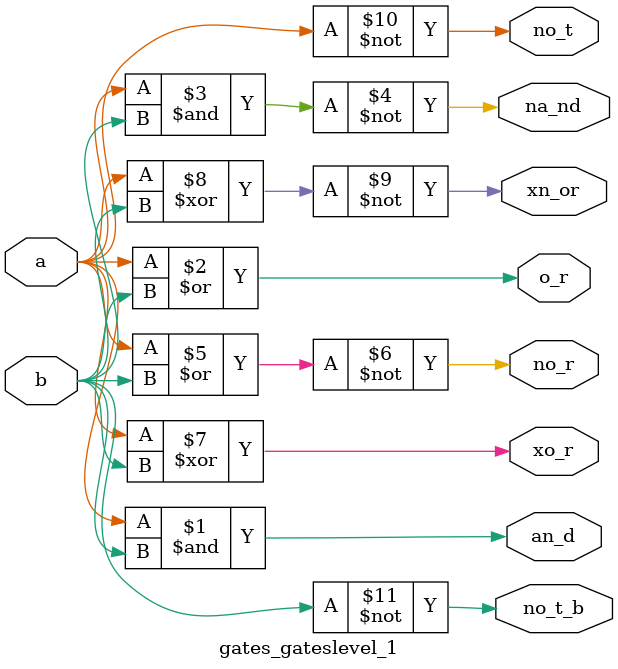
<source format=sv>
`timescale 1ns / 1ps


`timescale 1ns / 1ps

module gates_gateslevel_1(input logic a,b,output logic an_d,o_r,no_t,no_t_b,xo_r,na_nd,no_r,xn_or
);

and(an_d,a,b);
or(o_r,a,b);
not(no_t,a);
not(no_t_b,b);
nand(na_nd,a,b);
nor(no_r,a,b); 
xor(xo_r,a,b);    
xnor(xn_or,a,b);
endmodule

</source>
